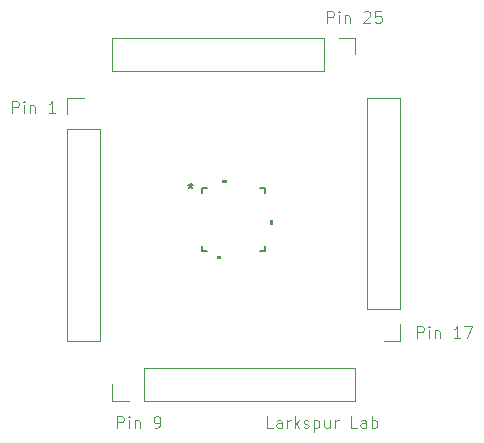
<source format=gbr>
%TF.GenerationSoftware,KiCad,Pcbnew,9.0.1*%
%TF.CreationDate,2025-07-09T09:57:16-04:00*%
%TF.ProjectId,STM32WL33K8V6,53544d33-3257-44c3-9333-4b3856362e6b,rev?*%
%TF.SameCoordinates,Original*%
%TF.FileFunction,Legend,Top*%
%TF.FilePolarity,Positive*%
%FSLAX46Y46*%
G04 Gerber Fmt 4.6, Leading zero omitted, Abs format (unit mm)*
G04 Created by KiCad (PCBNEW 9.0.1) date 2025-07-09 09:57:16*
%MOMM*%
%LPD*%
G01*
G04 APERTURE LIST*
%ADD10C,0.100000*%
%ADD11C,0.150000*%
%ADD12C,0.120000*%
%ADD13C,0.000000*%
%ADD14C,0.152400*%
G04 APERTURE END LIST*
D10*
X144290074Y-109092419D02*
X143813884Y-109092419D01*
X143813884Y-109092419D02*
X143813884Y-108092419D01*
X145051979Y-109092419D02*
X145051979Y-108568609D01*
X145051979Y-108568609D02*
X145004360Y-108473371D01*
X145004360Y-108473371D02*
X144909122Y-108425752D01*
X144909122Y-108425752D02*
X144718646Y-108425752D01*
X144718646Y-108425752D02*
X144623408Y-108473371D01*
X145051979Y-109044800D02*
X144956741Y-109092419D01*
X144956741Y-109092419D02*
X144718646Y-109092419D01*
X144718646Y-109092419D02*
X144623408Y-109044800D01*
X144623408Y-109044800D02*
X144575789Y-108949561D01*
X144575789Y-108949561D02*
X144575789Y-108854323D01*
X144575789Y-108854323D02*
X144623408Y-108759085D01*
X144623408Y-108759085D02*
X144718646Y-108711466D01*
X144718646Y-108711466D02*
X144956741Y-108711466D01*
X144956741Y-108711466D02*
X145051979Y-108663847D01*
X145528170Y-109092419D02*
X145528170Y-108425752D01*
X145528170Y-108616228D02*
X145575789Y-108520990D01*
X145575789Y-108520990D02*
X145623408Y-108473371D01*
X145623408Y-108473371D02*
X145718646Y-108425752D01*
X145718646Y-108425752D02*
X145813884Y-108425752D01*
X146147218Y-109092419D02*
X146147218Y-108092419D01*
X146242456Y-108711466D02*
X146528170Y-109092419D01*
X146528170Y-108425752D02*
X146147218Y-108806704D01*
X146909123Y-109044800D02*
X147004361Y-109092419D01*
X147004361Y-109092419D02*
X147194837Y-109092419D01*
X147194837Y-109092419D02*
X147290075Y-109044800D01*
X147290075Y-109044800D02*
X147337694Y-108949561D01*
X147337694Y-108949561D02*
X147337694Y-108901942D01*
X147337694Y-108901942D02*
X147290075Y-108806704D01*
X147290075Y-108806704D02*
X147194837Y-108759085D01*
X147194837Y-108759085D02*
X147051980Y-108759085D01*
X147051980Y-108759085D02*
X146956742Y-108711466D01*
X146956742Y-108711466D02*
X146909123Y-108616228D01*
X146909123Y-108616228D02*
X146909123Y-108568609D01*
X146909123Y-108568609D02*
X146956742Y-108473371D01*
X146956742Y-108473371D02*
X147051980Y-108425752D01*
X147051980Y-108425752D02*
X147194837Y-108425752D01*
X147194837Y-108425752D02*
X147290075Y-108473371D01*
X147766266Y-108425752D02*
X147766266Y-109425752D01*
X147766266Y-108473371D02*
X147861504Y-108425752D01*
X147861504Y-108425752D02*
X148051980Y-108425752D01*
X148051980Y-108425752D02*
X148147218Y-108473371D01*
X148147218Y-108473371D02*
X148194837Y-108520990D01*
X148194837Y-108520990D02*
X148242456Y-108616228D01*
X148242456Y-108616228D02*
X148242456Y-108901942D01*
X148242456Y-108901942D02*
X148194837Y-108997180D01*
X148194837Y-108997180D02*
X148147218Y-109044800D01*
X148147218Y-109044800D02*
X148051980Y-109092419D01*
X148051980Y-109092419D02*
X147861504Y-109092419D01*
X147861504Y-109092419D02*
X147766266Y-109044800D01*
X149099599Y-108425752D02*
X149099599Y-109092419D01*
X148671028Y-108425752D02*
X148671028Y-108949561D01*
X148671028Y-108949561D02*
X148718647Y-109044800D01*
X148718647Y-109044800D02*
X148813885Y-109092419D01*
X148813885Y-109092419D02*
X148956742Y-109092419D01*
X148956742Y-109092419D02*
X149051980Y-109044800D01*
X149051980Y-109044800D02*
X149099599Y-108997180D01*
X149575790Y-109092419D02*
X149575790Y-108425752D01*
X149575790Y-108616228D02*
X149623409Y-108520990D01*
X149623409Y-108520990D02*
X149671028Y-108473371D01*
X149671028Y-108473371D02*
X149766266Y-108425752D01*
X149766266Y-108425752D02*
X149861504Y-108425752D01*
X151432933Y-109092419D02*
X150956743Y-109092419D01*
X150956743Y-109092419D02*
X150956743Y-108092419D01*
X152194838Y-109092419D02*
X152194838Y-108568609D01*
X152194838Y-108568609D02*
X152147219Y-108473371D01*
X152147219Y-108473371D02*
X152051981Y-108425752D01*
X152051981Y-108425752D02*
X151861505Y-108425752D01*
X151861505Y-108425752D02*
X151766267Y-108473371D01*
X152194838Y-109044800D02*
X152099600Y-109092419D01*
X152099600Y-109092419D02*
X151861505Y-109092419D01*
X151861505Y-109092419D02*
X151766267Y-109044800D01*
X151766267Y-109044800D02*
X151718648Y-108949561D01*
X151718648Y-108949561D02*
X151718648Y-108854323D01*
X151718648Y-108854323D02*
X151766267Y-108759085D01*
X151766267Y-108759085D02*
X151861505Y-108711466D01*
X151861505Y-108711466D02*
X152099600Y-108711466D01*
X152099600Y-108711466D02*
X152194838Y-108663847D01*
X152671029Y-109092419D02*
X152671029Y-108092419D01*
X152671029Y-108473371D02*
X152766267Y-108425752D01*
X152766267Y-108425752D02*
X152956743Y-108425752D01*
X152956743Y-108425752D02*
X153051981Y-108473371D01*
X153051981Y-108473371D02*
X153099600Y-108520990D01*
X153099600Y-108520990D02*
X153147219Y-108616228D01*
X153147219Y-108616228D02*
X153147219Y-108901942D01*
X153147219Y-108901942D02*
X153099600Y-108997180D01*
X153099600Y-108997180D02*
X153051981Y-109044800D01*
X153051981Y-109044800D02*
X152956743Y-109092419D01*
X152956743Y-109092419D02*
X152766267Y-109092419D01*
X152766267Y-109092419D02*
X152671029Y-109044800D01*
X148893884Y-74802419D02*
X148893884Y-73802419D01*
X148893884Y-73802419D02*
X149274836Y-73802419D01*
X149274836Y-73802419D02*
X149370074Y-73850038D01*
X149370074Y-73850038D02*
X149417693Y-73897657D01*
X149417693Y-73897657D02*
X149465312Y-73992895D01*
X149465312Y-73992895D02*
X149465312Y-74135752D01*
X149465312Y-74135752D02*
X149417693Y-74230990D01*
X149417693Y-74230990D02*
X149370074Y-74278609D01*
X149370074Y-74278609D02*
X149274836Y-74326228D01*
X149274836Y-74326228D02*
X148893884Y-74326228D01*
X149893884Y-74802419D02*
X149893884Y-74135752D01*
X149893884Y-73802419D02*
X149846265Y-73850038D01*
X149846265Y-73850038D02*
X149893884Y-73897657D01*
X149893884Y-73897657D02*
X149941503Y-73850038D01*
X149941503Y-73850038D02*
X149893884Y-73802419D01*
X149893884Y-73802419D02*
X149893884Y-73897657D01*
X150370074Y-74135752D02*
X150370074Y-74802419D01*
X150370074Y-74230990D02*
X150417693Y-74183371D01*
X150417693Y-74183371D02*
X150512931Y-74135752D01*
X150512931Y-74135752D02*
X150655788Y-74135752D01*
X150655788Y-74135752D02*
X150751026Y-74183371D01*
X150751026Y-74183371D02*
X150798645Y-74278609D01*
X150798645Y-74278609D02*
X150798645Y-74802419D01*
X151989122Y-73897657D02*
X152036741Y-73850038D01*
X152036741Y-73850038D02*
X152131979Y-73802419D01*
X152131979Y-73802419D02*
X152370074Y-73802419D01*
X152370074Y-73802419D02*
X152465312Y-73850038D01*
X152465312Y-73850038D02*
X152512931Y-73897657D01*
X152512931Y-73897657D02*
X152560550Y-73992895D01*
X152560550Y-73992895D02*
X152560550Y-74088133D01*
X152560550Y-74088133D02*
X152512931Y-74230990D01*
X152512931Y-74230990D02*
X151941503Y-74802419D01*
X151941503Y-74802419D02*
X152560550Y-74802419D01*
X153465312Y-73802419D02*
X152989122Y-73802419D01*
X152989122Y-73802419D02*
X152941503Y-74278609D01*
X152941503Y-74278609D02*
X152989122Y-74230990D01*
X152989122Y-74230990D02*
X153084360Y-74183371D01*
X153084360Y-74183371D02*
X153322455Y-74183371D01*
X153322455Y-74183371D02*
X153417693Y-74230990D01*
X153417693Y-74230990D02*
X153465312Y-74278609D01*
X153465312Y-74278609D02*
X153512931Y-74373847D01*
X153512931Y-74373847D02*
X153512931Y-74611942D01*
X153512931Y-74611942D02*
X153465312Y-74707180D01*
X153465312Y-74707180D02*
X153417693Y-74754800D01*
X153417693Y-74754800D02*
X153322455Y-74802419D01*
X153322455Y-74802419D02*
X153084360Y-74802419D01*
X153084360Y-74802419D02*
X152989122Y-74754800D01*
X152989122Y-74754800D02*
X152941503Y-74707180D01*
X156513884Y-101472419D02*
X156513884Y-100472419D01*
X156513884Y-100472419D02*
X156894836Y-100472419D01*
X156894836Y-100472419D02*
X156990074Y-100520038D01*
X156990074Y-100520038D02*
X157037693Y-100567657D01*
X157037693Y-100567657D02*
X157085312Y-100662895D01*
X157085312Y-100662895D02*
X157085312Y-100805752D01*
X157085312Y-100805752D02*
X157037693Y-100900990D01*
X157037693Y-100900990D02*
X156990074Y-100948609D01*
X156990074Y-100948609D02*
X156894836Y-100996228D01*
X156894836Y-100996228D02*
X156513884Y-100996228D01*
X157513884Y-101472419D02*
X157513884Y-100805752D01*
X157513884Y-100472419D02*
X157466265Y-100520038D01*
X157466265Y-100520038D02*
X157513884Y-100567657D01*
X157513884Y-100567657D02*
X157561503Y-100520038D01*
X157561503Y-100520038D02*
X157513884Y-100472419D01*
X157513884Y-100472419D02*
X157513884Y-100567657D01*
X157990074Y-100805752D02*
X157990074Y-101472419D01*
X157990074Y-100900990D02*
X158037693Y-100853371D01*
X158037693Y-100853371D02*
X158132931Y-100805752D01*
X158132931Y-100805752D02*
X158275788Y-100805752D01*
X158275788Y-100805752D02*
X158371026Y-100853371D01*
X158371026Y-100853371D02*
X158418645Y-100948609D01*
X158418645Y-100948609D02*
X158418645Y-101472419D01*
X160180550Y-101472419D02*
X159609122Y-101472419D01*
X159894836Y-101472419D02*
X159894836Y-100472419D01*
X159894836Y-100472419D02*
X159799598Y-100615276D01*
X159799598Y-100615276D02*
X159704360Y-100710514D01*
X159704360Y-100710514D02*
X159609122Y-100758133D01*
X160513884Y-100472419D02*
X161180550Y-100472419D01*
X161180550Y-100472419D02*
X160751979Y-101472419D01*
X131113884Y-109092419D02*
X131113884Y-108092419D01*
X131113884Y-108092419D02*
X131494836Y-108092419D01*
X131494836Y-108092419D02*
X131590074Y-108140038D01*
X131590074Y-108140038D02*
X131637693Y-108187657D01*
X131637693Y-108187657D02*
X131685312Y-108282895D01*
X131685312Y-108282895D02*
X131685312Y-108425752D01*
X131685312Y-108425752D02*
X131637693Y-108520990D01*
X131637693Y-108520990D02*
X131590074Y-108568609D01*
X131590074Y-108568609D02*
X131494836Y-108616228D01*
X131494836Y-108616228D02*
X131113884Y-108616228D01*
X132113884Y-109092419D02*
X132113884Y-108425752D01*
X132113884Y-108092419D02*
X132066265Y-108140038D01*
X132066265Y-108140038D02*
X132113884Y-108187657D01*
X132113884Y-108187657D02*
X132161503Y-108140038D01*
X132161503Y-108140038D02*
X132113884Y-108092419D01*
X132113884Y-108092419D02*
X132113884Y-108187657D01*
X132590074Y-108425752D02*
X132590074Y-109092419D01*
X132590074Y-108520990D02*
X132637693Y-108473371D01*
X132637693Y-108473371D02*
X132732931Y-108425752D01*
X132732931Y-108425752D02*
X132875788Y-108425752D01*
X132875788Y-108425752D02*
X132971026Y-108473371D01*
X132971026Y-108473371D02*
X133018645Y-108568609D01*
X133018645Y-108568609D02*
X133018645Y-109092419D01*
X134304360Y-109092419D02*
X134494836Y-109092419D01*
X134494836Y-109092419D02*
X134590074Y-109044800D01*
X134590074Y-109044800D02*
X134637693Y-108997180D01*
X134637693Y-108997180D02*
X134732931Y-108854323D01*
X134732931Y-108854323D02*
X134780550Y-108663847D01*
X134780550Y-108663847D02*
X134780550Y-108282895D01*
X134780550Y-108282895D02*
X134732931Y-108187657D01*
X134732931Y-108187657D02*
X134685312Y-108140038D01*
X134685312Y-108140038D02*
X134590074Y-108092419D01*
X134590074Y-108092419D02*
X134399598Y-108092419D01*
X134399598Y-108092419D02*
X134304360Y-108140038D01*
X134304360Y-108140038D02*
X134256741Y-108187657D01*
X134256741Y-108187657D02*
X134209122Y-108282895D01*
X134209122Y-108282895D02*
X134209122Y-108520990D01*
X134209122Y-108520990D02*
X134256741Y-108616228D01*
X134256741Y-108616228D02*
X134304360Y-108663847D01*
X134304360Y-108663847D02*
X134399598Y-108711466D01*
X134399598Y-108711466D02*
X134590074Y-108711466D01*
X134590074Y-108711466D02*
X134685312Y-108663847D01*
X134685312Y-108663847D02*
X134732931Y-108616228D01*
X134732931Y-108616228D02*
X134780550Y-108520990D01*
X122223884Y-82422419D02*
X122223884Y-81422419D01*
X122223884Y-81422419D02*
X122604836Y-81422419D01*
X122604836Y-81422419D02*
X122700074Y-81470038D01*
X122700074Y-81470038D02*
X122747693Y-81517657D01*
X122747693Y-81517657D02*
X122795312Y-81612895D01*
X122795312Y-81612895D02*
X122795312Y-81755752D01*
X122795312Y-81755752D02*
X122747693Y-81850990D01*
X122747693Y-81850990D02*
X122700074Y-81898609D01*
X122700074Y-81898609D02*
X122604836Y-81946228D01*
X122604836Y-81946228D02*
X122223884Y-81946228D01*
X123223884Y-82422419D02*
X123223884Y-81755752D01*
X123223884Y-81422419D02*
X123176265Y-81470038D01*
X123176265Y-81470038D02*
X123223884Y-81517657D01*
X123223884Y-81517657D02*
X123271503Y-81470038D01*
X123271503Y-81470038D02*
X123223884Y-81422419D01*
X123223884Y-81422419D02*
X123223884Y-81517657D01*
X123700074Y-81755752D02*
X123700074Y-82422419D01*
X123700074Y-81850990D02*
X123747693Y-81803371D01*
X123747693Y-81803371D02*
X123842931Y-81755752D01*
X123842931Y-81755752D02*
X123985788Y-81755752D01*
X123985788Y-81755752D02*
X124081026Y-81803371D01*
X124081026Y-81803371D02*
X124128645Y-81898609D01*
X124128645Y-81898609D02*
X124128645Y-82422419D01*
X125890550Y-82422419D02*
X125319122Y-82422419D01*
X125604836Y-82422419D02*
X125604836Y-81422419D01*
X125604836Y-81422419D02*
X125509598Y-81565276D01*
X125509598Y-81565276D02*
X125414360Y-81660514D01*
X125414360Y-81660514D02*
X125319122Y-81708133D01*
D11*
X137329900Y-88354819D02*
X137329900Y-88592914D01*
X137091805Y-88497676D02*
X137329900Y-88592914D01*
X137329900Y-88592914D02*
X137567995Y-88497676D01*
X137187043Y-88783390D02*
X137329900Y-88592914D01*
X137329900Y-88592914D02*
X137472757Y-88783390D01*
D12*
%TO.C,J4*%
X148590000Y-78850000D02*
X130700000Y-78850000D01*
X130700000Y-76090000D02*
X130700000Y-78850000D01*
X148590000Y-76090000D02*
X148590000Y-78850000D01*
X148590000Y-76090000D02*
X130700000Y-76090000D01*
X149860000Y-76090000D02*
X151240000Y-76090000D01*
X151240000Y-76090000D02*
X151240000Y-77470000D01*
D13*
%TO.C,U1*%
G36*
X139910500Y-94800699D02*
G01*
X139529500Y-94800699D01*
X139529500Y-94546699D01*
X139910500Y-94546699D01*
X139910500Y-94800699D01*
G37*
G36*
X144330699Y-91880500D02*
G01*
X144076699Y-91880500D01*
X144076699Y-91499499D01*
X144330699Y-91499499D01*
X144330699Y-91880500D01*
G37*
G36*
X140410499Y-88333301D02*
G01*
X140029499Y-88333301D01*
X140029499Y-88079301D01*
X140410499Y-88079301D01*
X140410499Y-88333301D01*
G37*
D14*
X138290300Y-94119700D02*
X138759861Y-94119700D01*
X143649700Y-94119700D02*
X143649700Y-93650139D01*
X143649700Y-88760300D02*
X143180139Y-88760300D01*
X138290300Y-88760300D02*
X138290300Y-89229861D01*
X138290300Y-93650139D02*
X138290300Y-94119700D01*
X143180139Y-94119700D02*
X143649700Y-94119700D01*
X143649700Y-89229861D02*
X143649700Y-88760300D01*
X138759861Y-88760300D02*
X138290300Y-88760300D01*
D12*
%TO.C,J3*%
X155050000Y-101710000D02*
X153670000Y-101710000D01*
X155050000Y-100330000D02*
X155050000Y-101710000D01*
X155050000Y-99060000D02*
X155050000Y-81170000D01*
X155050000Y-99060000D02*
X152290000Y-99060000D01*
X155050000Y-81170000D02*
X152290000Y-81170000D01*
X152290000Y-99060000D02*
X152290000Y-81170000D01*
%TO.C,J2*%
X130700000Y-106790000D02*
X130700000Y-105410000D01*
X132080000Y-106790000D02*
X130700000Y-106790000D01*
X133350000Y-106790000D02*
X151240000Y-106790000D01*
X133350000Y-106790000D02*
X133350000Y-104030000D01*
X151240000Y-106790000D02*
X151240000Y-104030000D01*
X133350000Y-104030000D02*
X151240000Y-104030000D01*
%TO.C,J1*%
X126890000Y-81170000D02*
X128270000Y-81170000D01*
X126890000Y-82550000D02*
X126890000Y-81170000D01*
X126890000Y-83820000D02*
X126890000Y-101710000D01*
X126890000Y-83820000D02*
X129650000Y-83820000D01*
X126890000Y-101710000D02*
X129650000Y-101710000D01*
X129650000Y-83820000D02*
X129650000Y-101710000D01*
%TD*%
M02*

</source>
